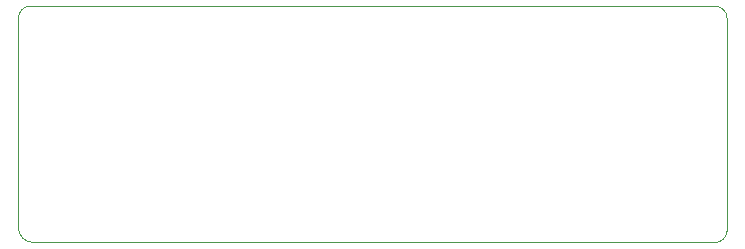
<source format=gbr>
%TF.GenerationSoftware,KiCad,Pcbnew,(7.0.0)*%
%TF.CreationDate,2023-08-02T20:08:49-07:00*%
%TF.ProjectId,SWD_to_v4WF_Cable,5357445f-746f-45f7-9634-57465f436162,rev?*%
%TF.SameCoordinates,Original*%
%TF.FileFunction,Profile,NP*%
%FSLAX46Y46*%
G04 Gerber Fmt 4.6, Leading zero omitted, Abs format (unit mm)*
G04 Created by KiCad (PCBNEW (7.0.0)) date 2023-08-02 20:08:49*
%MOMM*%
%LPD*%
G01*
G04 APERTURE LIST*
%TA.AperFunction,Profile*%
%ADD10C,0.100000*%
%TD*%
G04 APERTURE END LIST*
D10*
X184600000Y-69350000D02*
G75*
G03*
X185600000Y-68350000I0J1000000D01*
G01*
X125600000Y-50350000D02*
X125600000Y-68080000D01*
X126600000Y-49350000D02*
G75*
G03*
X125600000Y-50350000I0J-1000000D01*
G01*
X126870000Y-69350000D02*
X184600000Y-69350000D01*
X185600000Y-50350000D02*
G75*
G03*
X184600000Y-49350000I-1000000J0D01*
G01*
X184600000Y-49350000D02*
X126600000Y-49350000D01*
X185600000Y-68350000D02*
X185600000Y-50350000D01*
X125600000Y-68080000D02*
G75*
G03*
X126870000Y-69350000I1270000J0D01*
G01*
M02*

</source>
